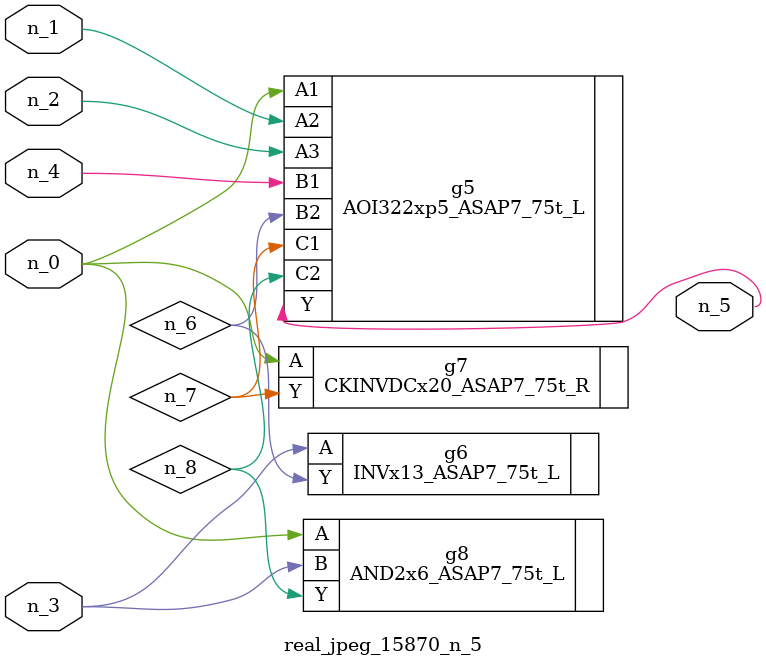
<source format=v>
module real_jpeg_15870_n_5 (n_4, n_0, n_1, n_2, n_3, n_5);

input n_4;
input n_0;
input n_1;
input n_2;
input n_3;

output n_5;

wire n_8;
wire n_6;
wire n_7;

AOI322xp5_ASAP7_75t_L g5 ( 
.A1(n_0),
.A2(n_1),
.A3(n_2),
.B1(n_4),
.B2(n_6),
.C1(n_7),
.C2(n_8),
.Y(n_5)
);

CKINVDCx20_ASAP7_75t_R g7 ( 
.A(n_0),
.Y(n_7)
);

AND2x6_ASAP7_75t_L g8 ( 
.A(n_0),
.B(n_3),
.Y(n_8)
);

INVx13_ASAP7_75t_L g6 ( 
.A(n_3),
.Y(n_6)
);


endmodule
</source>
